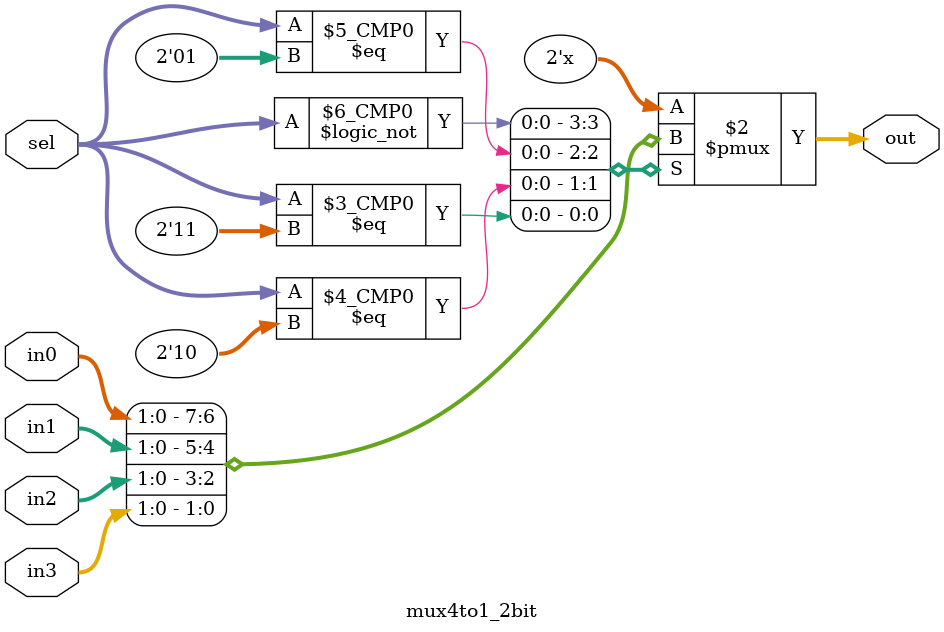
<source format=v>
`timescale 1ns / 1ps


module mux4to1_2bit (
    input  [1:0] in0,   // Input 0
    input  [1:0] in1,   // Input 1
    input  [1:0] in2,   // Input 2
    input  [1:0] in3,   // Input 3
    input  [1:0]  sel,   // Select lines
    output reg [1:0] out // Output
);

    always @(*) begin
        case (sel)
            2'b00: out = in0;
            2'b01: out = in1;
            2'b10: out = in2;
            2'b11: out = in3;
            default: out = 2'b0;
        endcase
    end

endmodule

</source>
